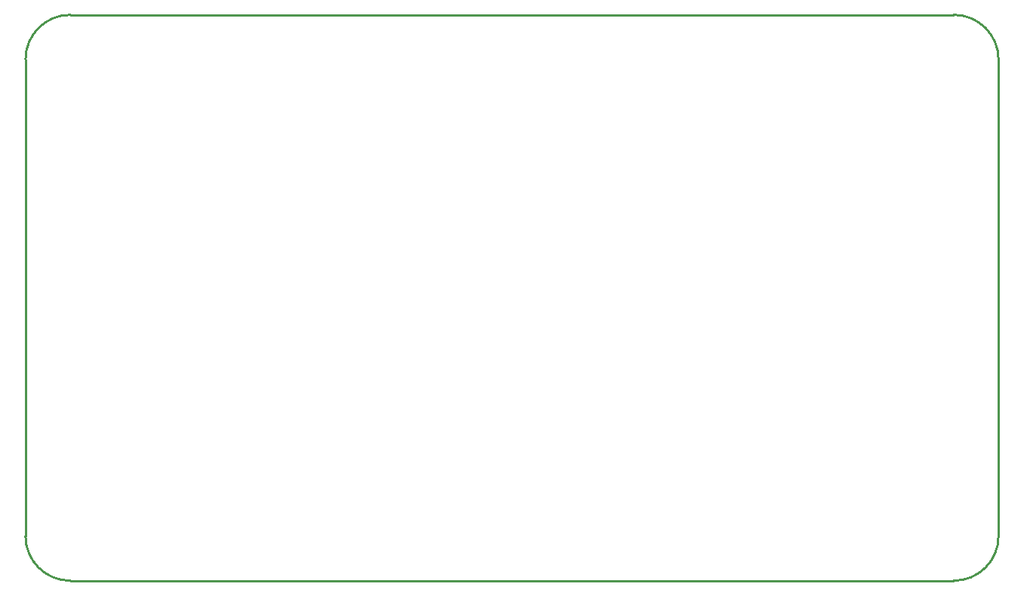
<source format=gko>
G04 Layer: BoardOutlineLayer*
G04 EasyEDA v6.5.9, 2022-08-04 21:53:36*
G04 243b00ffacdd401494d35e99a464f0bf,3bbe445d3a7142a2ab69e160ea9428b9,10*
G04 Gerber Generator version 0.2*
G04 Scale: 100 percent, Rotated: No, Reflected: No *
G04 Dimensions in millimeters *
G04 leading zeros omitted , absolute positions ,4 integer and 5 decimal *
%FSLAX45Y45*%
%MOMM*%

%ADD10C,0.2540*%
D10*
X0Y-5849988D02*
G01*
X0Y-499998D01*
X10409278Y-6349987D02*
G01*
X499998Y-6349987D01*
X10909277Y-499998D02*
G01*
X10909277Y-5849988D01*
X499998Y0D02*
G01*
X10409278Y0D01*
G75*
G01*
X10409279Y0D02*
G02*
X10909278Y-499999I0J-499999D01*
G75*
G01*
X10909278Y-5849988D02*
G02*
X10409279Y-6349987I-499999J0D01*
G75*
G01*
X499999Y-6349987D02*
G02*
X0Y-5849988I0J499999D01*
G75*
G01*
X0Y-499999D02*
G02*
X499999Y0I499999J0D01*

%LPD*%
M02*

</source>
